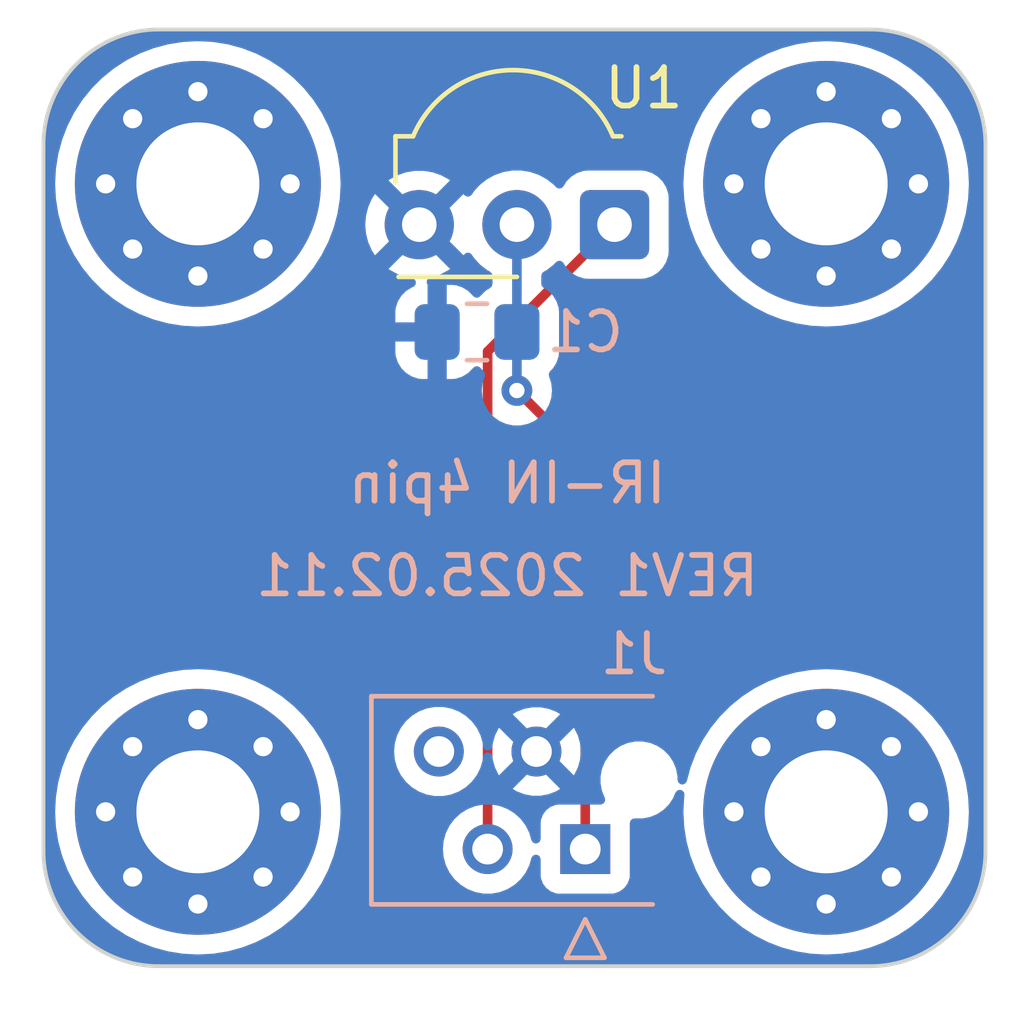
<source format=kicad_pcb>
(kicad_pcb (version 20240108) (generator "pcbnew") (generator_version "8.0")
  (layers (0 "F.Cu" signal) (31 "B.Cu" signal) (34 "B.Paste" user) (35 "F.Paste" user) (36 "B.SilkS" user "B.Silkscreen") (37 "F.SilkS" user "F.Silkscreen") (38 "B.Mask" user) (39 "F.Mask" user) (44 "Edge.Cuts" user))
  (net 0 "")
  (net 1 "GND")
  (net 2 "Net-(J1-Pin_1)")
  (net 3 "Net-(J1-Pin_3)")
  (footprint "MountingHole:MountingHole_3.2mm_M3_Pad_Via" (layer "F.Cu") (at 149.432944 134.412056)
    (property "Reference" "H3" (hide yes))
    (property "Value" "MountingHole")
    (pad "1" thru_hole circle (at -2.4 0) (size 0.8 0.8) (drill 0.5) (layers "*.Cu" "*.Mask"))
    (pad "1" thru_hole circle (at -1.697056 -1.697056) (size 0.8 0.8) (drill 0.5) (layers "*.Cu" "*.Mask"))
    (pad "1" thru_hole circle (at -1.697056 1.697056) (size 0.8 0.8) (drill 0.5) (layers "*.Cu" "*.Mask"))
    (pad "1" thru_hole circle (at 0 -2.4) (size 0.8 0.8) (drill 0.5) (layers "*.Cu" "*.Mask"))
    (pad "1" thru_hole circle (at 0 0) (size 6.4 6.4) (drill 3.2) (layers "*.Cu" "*.Mask"))
    (pad "1" thru_hole circle (at 0 2.4) (size 0.8 0.8) (drill 0.5) (layers "*.Cu" "*.Mask"))
    (pad "1" thru_hole circle (at 1.697056 -1.697056) (size 0.8 0.8) (drill 0.5) (layers "*.Cu" "*.Mask"))
    (pad "1" thru_hole circle (at 1.697056 1.697056) (size 0.8 0.8) (drill 0.5) (layers "*.Cu" "*.Mask"))
    (pad "1" thru_hole circle (at 2.4 0) (size 0.8 0.8) (drill 0.5) (layers "*.Cu" "*.Mask"))
  )
  (footprint "MountingHole:MountingHole_3.2mm_M3_Pad_Via" (layer "F.Cu") (at 165.781056 118.063944)
    (property "Reference" "H2" (hide yes))
    (property "Value" "MountingHole")
    (pad "1" thru_hole circle (at -2.4 0) (size 0.8 0.8) (drill 0.5) (layers "*.Cu" "*.Mask"))
    (pad "1" thru_hole circle (at -1.697056 -1.697056) (size 0.8 0.8) (drill 0.5) (layers "*.Cu" "*.Mask"))
    (pad "1" thru_hole circle (at -1.697056 1.697056) (size 0.8 0.8) (drill 0.5) (layers "*.Cu" "*.Mask"))
    (pad "1" thru_hole circle (at 0 -2.4) (size 0.8 0.8) (drill 0.5) (layers "*.Cu" "*.Mask"))
    (pad "1" thru_hole circle (at 0 0) (size 6.4 6.4) (drill 3.2) (layers "*.Cu" "*.Mask"))
    (pad "1" thru_hole circle (at 0 2.4) (size 0.8 0.8) (drill 0.5) (layers "*.Cu" "*.Mask"))
    (pad "1" thru_hole circle (at 1.697056 -1.697056) (size 0.8 0.8) (drill 0.5) (layers "*.Cu" "*.Mask"))
    (pad "1" thru_hole circle (at 1.697056 1.697056) (size 0.8 0.8) (drill 0.5) (layers "*.Cu" "*.Mask"))
    (pad "1" thru_hole circle (at 2.4 0) (size 0.8 0.8) (drill 0.5) (layers "*.Cu" "*.Mask"))
  )
  (footprint "MountingHole:MountingHole_3.2mm_M3_Pad_Via" (layer "F.Cu") (at 149.432944 118.063944)
    (property "Reference" "H1" (hide yes))
    (property "Value" "MountingHole")
    (pad "1" thru_hole circle (at -2.4 0) (size 0.8 0.8) (drill 0.5) (layers "*.Cu" "*.Mask"))
    (pad "1" thru_hole circle (at -1.697056 -1.697056) (size 0.8 0.8) (drill 0.5) (layers "*.Cu" "*.Mask"))
    (pad "1" thru_hole circle (at -1.697056 1.697056) (size 0.8 0.8) (drill 0.5) (layers "*.Cu" "*.Mask"))
    (pad "1" thru_hole circle (at 0 -2.4) (size 0.8 0.8) (drill 0.5) (layers "*.Cu" "*.Mask"))
    (pad "1" thru_hole circle (at 0 0) (size 6.4 6.4) (drill 3.2) (layers "*.Cu" "*.Mask"))
    (pad "1" thru_hole circle (at 0 2.4) (size 0.8 0.8) (drill 0.5) (layers "*.Cu" "*.Mask"))
    (pad "1" thru_hole circle (at 1.697056 -1.697056) (size 0.8 0.8) (drill 0.5) (layers "*.Cu" "*.Mask"))
    (pad "1" thru_hole circle (at 1.697056 1.697056) (size 0.8 0.8) (drill 0.5) (layers "*.Cu" "*.Mask"))
    (pad "1" thru_hole circle (at 2.4 0) (size 0.8 0.8) (drill 0.5) (layers "*.Cu" "*.Mask"))
  )
  (footprint "MountingHole:MountingHole_3.2mm_M3_Pad_Via" (layer "F.Cu") (at 165.781056 134.412056)
    (property "Reference" "H4" (hide yes))
    (property "Value" "MountingHole")
    (pad "1" thru_hole circle (at -2.4 0) (size 0.8 0.8) (drill 0.5) (layers "*.Cu" "*.Mask"))
    (pad "1" thru_hole circle (at -1.697056 -1.697056) (size 0.8 0.8) (drill 0.5) (layers "*.Cu" "*.Mask"))
    (pad "1" thru_hole circle (at -1.697056 1.697056) (size 0.8 0.8) (drill 0.5) (layers "*.Cu" "*.Mask"))
    (pad "1" thru_hole circle (at 0 -2.4) (size 0.8 0.8) (drill 0.5) (layers "*.Cu" "*.Mask"))
    (pad "1" thru_hole circle (at 0 0) (size 6.4 6.4) (drill 3.2) (layers "*.Cu" "*.Mask"))
    (pad "1" thru_hole circle (at 0 2.4) (size 0.8 0.8) (drill 0.5) (layers "*.Cu" "*.Mask"))
    (pad "1" thru_hole circle (at 1.697056 -1.697056) (size 0.8 0.8) (drill 0.5) (layers "*.Cu" "*.Mask"))
    (pad "1" thru_hole circle (at 1.697056 1.697056) (size 0.8 0.8) (drill 0.5) (layers "*.Cu" "*.Mask"))
    (pad "1" thru_hole circle (at 2.4 0) (size 0.8 0.8) (drill 0.5) (layers "*.Cu" "*.Mask"))
  )
  (footprint "OptoDevice:Vishay_MOLD-3Pin" (layer "F.Cu") (at 160.274 119.126 180)
    (property "Reference" "U1" (at -0.762 3.556 360) (layer "F.SilkS"))
    (property "Value" "TSOP32538")
    (fp_line (start 5.7 2.3) (end 5.7 1.1) (stroke (width 0.12)) (layer "F.SilkS"))
    (fp_line (start 5.7 2.3) (end 5.24 2.3) (stroke (width 0.12)) (layer "F.SilkS"))
    (fp_line (start 5.62 -1.36) (end 2.54 -1.36) (stroke (width 0.12)) (layer "F.SilkS"))
    (fp_line (start 0.04 2.3) (end -0.18 2.3) (stroke (width 0.12)) (layer "F.SilkS"))
    (fp_arc (start 5.24 2.3) (mid 2.64 4.023119) (end 0.04 2.3) (stroke (width 0.12)) (layer "F.SilkS"))
    (pad "1" thru_hole roundrect (at 0 0 180) (size 1.8 1.8) (drill 0.9) (layers "*.Cu" "*.Mask") (roundrect_rratio 0.138) (net 3 "Net-(J1-Pin_3)"))
    (pad "2" thru_hole circle (at 2.54 0 180) (size 1.8 1.8) (drill 0.9) (layers "*.Cu" "*.Mask") (net 2 "Net-(J1-Pin_1)"))
    (pad "3" thru_hole circle (at 5.08 0 180) (size 1.8 1.8) (drill 0.9) (layers "*.Cu" "*.Mask") (net 1 "GND"))
  )
  (footprint "Capacitor_SMD:C_0805_2012Metric_Pad1.18x1.45mm_HandSolder" (layer "B.Cu") (at 156.6965 121.92 180)
    (property "Reference" "C1" (at -2.8155 0 360) (layer "B.SilkS") (effects (justify mirror)))
    (property "Value" "100nF/50V")
    (fp_line (start 0.261252 0.735) (end -0.261252 0.735) (stroke (width 0.12)) (layer "B.SilkS"))
    (fp_line (start 0.261252 -0.735) (end -0.261252 -0.735) (stroke (width 0.12)) (layer "B.SilkS"))
    (pad "1" smd roundrect (at -1.0375 0 180) (size 1.175 1.45) (layers "B.Cu" "B.Paste" "B.Mask") (roundrect_rratio 0.212766) (net 2 "Net-(J1-Pin_1)"))
    (pad "2" smd roundrect (at 1.0375 0 180) (size 1.175 1.45) (layers "B.Cu" "B.Paste" "B.Mask") (roundrect_rratio 0.212766) (net 1 "GND"))
  )
  (footprint "Connector_TE-Connectivity:TE_Micro-MaTch_215079-4_2x02_P1.27mm_Vertical" (layer "B.Cu") (at 159.512 135.382 90)
    (property "Reference" "J1" (at 5.08 1.27 0) (layer "B.SilkS") (effects (justify mirror)))
    (property "Value" "TE MicroMatch")
    (fp_line (start 3.98 -5.565) (end -1.44 -5.565) (stroke (width 0.12)) (layer "B.SilkS"))
    (fp_line (start -1.44 -5.565) (end -1.44 1.755) (stroke (width 0.12)) (layer "B.SilkS"))
    (fp_line (start -2.83 -0.5) (end -1.83 0) (stroke (width 0.12)) (layer "B.SilkS"))
    (fp_line (start -1.83 0) (end -2.83 0.5) (stroke (width 0.12)) (layer "B.SilkS"))
    (fp_line (start -2.83 0.5) (end -2.83 -0.5) (stroke (width 0.12)) (layer "B.SilkS"))
    (fp_line (start 3.98 1.755) (end 3.98 -5.565) (stroke (width 0.12)) (layer "B.SilkS"))
    (pad "" np_thru_hole circle (at 1.8 1.4 90) (size 1.5 1.5) (drill 1.5) (layers "*.Cu" "*.Mask"))
    (pad "1" thru_hole rect (at 0 0 90) (size 1.3 1.3) (drill 0.8) (layers "*.Cu" "*.Mask") (net 2 "Net-(J1-Pin_1)"))
    (pad "2" thru_hole circle (at 2.54 -1.27 90) (size 1.3 1.3) (drill 0.8) (layers "*.Cu" "*.Mask") (net 1 "GND"))
    (pad "3" thru_hole circle (at 0 -2.54 90) (size 1.3 1.3) (drill 0.8) (layers "*.Cu" "*.Mask") (net 3 "Net-(J1-Pin_3)"))
    (pad "4" thru_hole circle (at 2.54 -3.81 90) (size 1.3 1.3) (drill 0.8) (layers "*.Cu" "*.Mask"))
  )
  (gr_line (start 148.415 114.046) (end 166.926 114.046) (stroke (width 0.1)) (layer "Edge.Cuts"))
  (gr_arc (start 169.926 135.43) (mid 169.04732 137.55132) (end 166.926 138.43) (stroke (width 0.1)) (layer "Edge.Cuts"))
  (gr_line (start 169.926 117.046) (end 169.926 135.43) (stroke (width 0.1)) (layer "Edge.Cuts"))
  (gr_arc (start 166.926 114.046) (mid 169.04732 114.92468) (end 169.926 117.046) (stroke (width 0.1)) (layer "Edge.Cuts"))
  (gr_arc (start 148.415 138.43) (mid 146.29368 137.55132) (end 145.415 135.43) (stroke (width 0.1)) (layer "Edge.Cuts"))
  (gr_arc (start 145.415 117.046) (mid 146.29368 114.92468) (end 148.415 114.046) (stroke (width 0.1)) (layer "Edge.Cuts"))
  (gr_line (start 166.926 138.43) (end 148.415 138.43) (stroke (width 0.1)) (layer "Edge.Cuts"))
  (gr_line (start 145.415 135.43) (end 145.415 117.046) (stroke (width 0.1)) (layer "Edge.Cuts"))
  (gr_text "IR-IN 4pin" (at 157.48 125.857 0) (layer "B.SilkS") (effects (font (size 1 1)) (justify mirror)))
  (gr_text "REV1 2025.02.11" (at 157.48 128.27 0) (layer "B.SilkS") (effects (font (size 1 1)) (justify mirror)))
  (segment (start 159.512 135.382) (end 159.512 125.222) (width 0.25) (layer "F.Cu") (net 2))
  (segment (start 159.512 125.222) (end 157.734 123.444) (width 0.25) (layer "F.Cu") (net 2))
  (via (at 157.734 123.444) (size 0.8) (drill 0.4) (layers "F.Cu" "B.Cu") (net 2))
  (segment (start 157.734 123.444) (end 157.734 121.92) (width 0.25) (layer "B.Cu") (net 2))
  (segment (start 157.734 121.92) (end 157.734 119.126) (width 0.25) (layer "B.Cu") (net 2))
  (segment (start 156.972 122.428) (end 156.972 135.382) (width 0.25) (layer "F.Cu") (net 3))
  (segment (start 160.274 119.126) (end 156.972 122.428) (width 0.25) (layer "F.Cu") (net 3))
  (zone (net 1) (net_name "GND") (layer "B.Cu") (priority 1) (connect_pads (clearance 0.508)) (min_thickness 0.25) (fill yes (thermal_gap 0.5) (thermal_bridge_width 0.5))
    (polygon (pts (xy 145.288 114.046) (xy 169.926 114.046) (xy 169.926 138.43) (xy 145.288 138.43)))
  )
)
</source>
